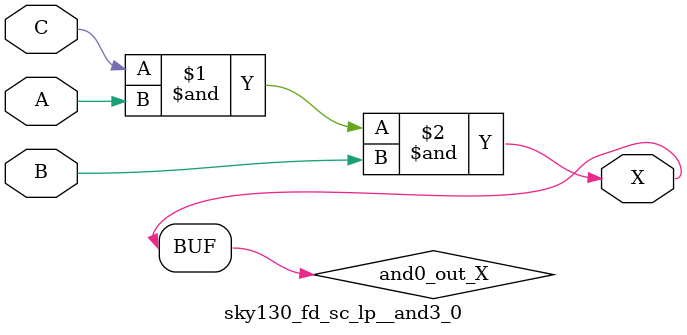
<source format=v>
/*
 * Copyright 2020 The SkyWater PDK Authors
 *
 * Licensed under the Apache License, Version 2.0 (the "License");
 * you may not use this file except in compliance with the License.
 * You may obtain a copy of the License at
 *
 *     https://www.apache.org/licenses/LICENSE-2.0
 *
 * Unless required by applicable law or agreed to in writing, software
 * distributed under the License is distributed on an "AS IS" BASIS,
 * WITHOUT WARRANTIES OR CONDITIONS OF ANY KIND, either express or implied.
 * See the License for the specific language governing permissions and
 * limitations under the License.
 *
 * SPDX-License-Identifier: Apache-2.0
*/


`ifndef SKY130_FD_SC_LP__AND3_0_FUNCTIONAL_V
`define SKY130_FD_SC_LP__AND3_0_FUNCTIONAL_V

/**
 * and3: 3-input AND.
 *
 * Verilog simulation functional model.
 */

`timescale 1ns / 1ps
`default_nettype none

`celldefine
module sky130_fd_sc_lp__and3_0 (
    X,
    A,
    B,
    C
);

    // Module ports
    output X;
    input  A;
    input  B;
    input  C;

    // Local signals
    wire and0_out_X;

    //  Name  Output      Other arguments
    and and0 (and0_out_X, C, A, B        );
    buf buf0 (X         , and0_out_X     );

endmodule
`endcelldefine

`default_nettype wire
`endif  // SKY130_FD_SC_LP__AND3_0_FUNCTIONAL_V

</source>
